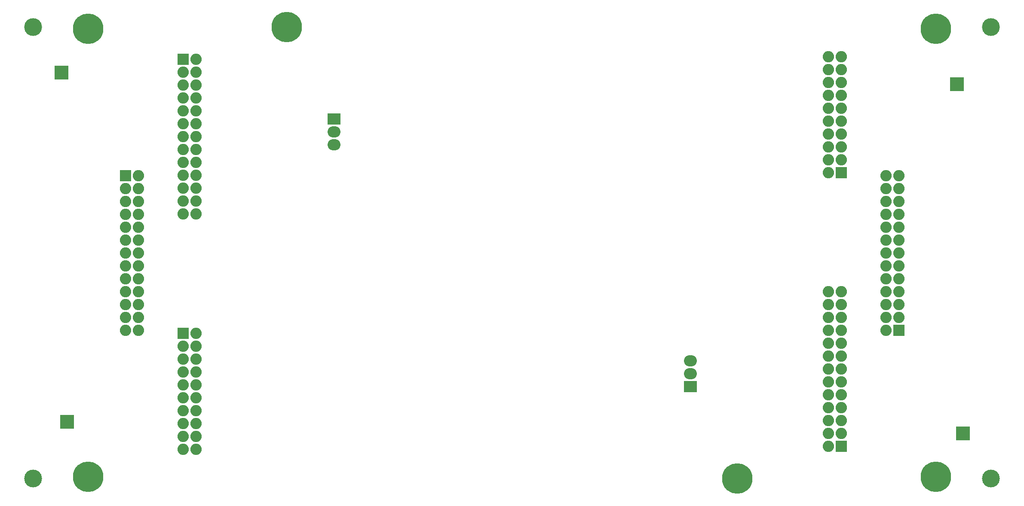
<source format=gbs>
G04 #@! TF.FileFunction,Soldermask,Bot*
%FSLAX46Y46*%
G04 Gerber Fmt 4.6, Leading zero omitted, Abs format (unit mm)*
G04 Created by KiCad (PCBNEW 4.0.5+dfsg1-4) date Tue Feb 27 09:26:50 2018*
%MOMM*%
%LPD*%
G01*
G04 APERTURE LIST*
%ADD10C,0.150000*%
%ADD11R,2.235200X2.235200*%
%ADD12O,2.235200X2.235200*%
%ADD13C,3.508000*%
%ADD14C,6.008000*%
%ADD15R,2.743200X2.743200*%
%ADD16R,2.540000X2.235200*%
%ADD17O,2.540000X2.235200*%
G04 APERTURE END LIST*
D10*
D11*
X18644400Y-38530800D03*
D12*
X21184400Y-38530800D03*
X18644400Y-41070800D03*
X21184400Y-41070800D03*
X18644400Y-43610800D03*
X21184400Y-43610800D03*
X18644400Y-46150800D03*
X21184400Y-46150800D03*
X18644400Y-48690800D03*
X21184400Y-48690800D03*
X18644400Y-51230800D03*
X21184400Y-51230800D03*
X18644400Y-53770800D03*
X21184400Y-53770800D03*
X18644400Y-56310800D03*
X21184400Y-56310800D03*
X18644400Y-58850800D03*
X21184400Y-58850800D03*
X18644400Y-61390800D03*
X21184400Y-61390800D03*
X18644400Y-63930800D03*
X21184400Y-63930800D03*
X18644400Y-66470800D03*
X21184400Y-66470800D03*
X18644400Y-69010800D03*
X21184400Y-69010800D03*
D11*
X7291400Y-61440600D03*
D12*
X9831400Y-61440600D03*
X7291400Y-63980600D03*
X9831400Y-63980600D03*
X7291400Y-66520600D03*
X9831400Y-66520600D03*
X7291400Y-69060600D03*
X9831400Y-69060600D03*
X7291400Y-71600600D03*
X9831400Y-71600600D03*
X7291400Y-74140600D03*
X9831400Y-74140600D03*
X7291400Y-76680600D03*
X9831400Y-76680600D03*
X7291400Y-79220600D03*
X9831400Y-79220600D03*
X7291400Y-81760600D03*
X9831400Y-81760600D03*
X7291400Y-84300600D03*
X9831400Y-84300600D03*
X7291400Y-86840600D03*
X9831400Y-86840600D03*
X7291400Y-89380600D03*
X9831400Y-89380600D03*
X7291400Y-91920600D03*
X9831400Y-91920600D03*
D11*
X18644400Y-92496800D03*
D12*
X21184400Y-92496800D03*
X18644400Y-95036800D03*
X21184400Y-95036800D03*
X18644400Y-97576800D03*
X21184400Y-97576800D03*
X18644400Y-100116800D03*
X21184400Y-100116800D03*
X18644400Y-102656800D03*
X21184400Y-102656800D03*
X18644400Y-105196800D03*
X21184400Y-105196800D03*
X18644400Y-107736800D03*
X21184400Y-107736800D03*
X18644400Y-110276800D03*
X21184400Y-110276800D03*
X18644400Y-112816800D03*
X21184400Y-112816800D03*
X18644400Y-115356800D03*
X21184400Y-115356800D03*
D13*
X-10835600Y-121167800D03*
X-10835600Y-32167800D03*
D14*
X-16500Y-120825800D03*
X127834400Y-121167800D03*
X-16500Y-32509800D03*
D15*
X-5320500Y-41134300D03*
X-4152100Y-109968300D03*
D16*
X118570400Y-103047800D03*
D17*
X118570400Y-100507800D03*
X118570400Y-97967800D03*
D16*
X48360000Y-50290000D03*
D17*
X48360000Y-52830000D03*
X48360000Y-55370000D03*
D15*
X171082500Y-43369500D03*
X172250900Y-112203500D03*
D14*
X166946900Y-120828000D03*
X39096000Y-32170000D03*
X166946900Y-32512000D03*
D13*
X177766000Y-121170000D03*
X177766000Y-32170000D03*
D11*
X148286000Y-60841000D03*
D12*
X145746000Y-60841000D03*
X148286000Y-58301000D03*
X145746000Y-58301000D03*
X148286000Y-55761000D03*
X145746000Y-55761000D03*
X148286000Y-53221000D03*
X145746000Y-53221000D03*
X148286000Y-50681000D03*
X145746000Y-50681000D03*
X148286000Y-48141000D03*
X145746000Y-48141000D03*
X148286000Y-45601000D03*
X145746000Y-45601000D03*
X148286000Y-43061000D03*
X145746000Y-43061000D03*
X148286000Y-40521000D03*
X145746000Y-40521000D03*
X148286000Y-37981000D03*
X145746000Y-37981000D03*
D11*
X159639000Y-91897200D03*
D12*
X157099000Y-91897200D03*
X159639000Y-89357200D03*
X157099000Y-89357200D03*
X159639000Y-86817200D03*
X157099000Y-86817200D03*
X159639000Y-84277200D03*
X157099000Y-84277200D03*
X159639000Y-81737200D03*
X157099000Y-81737200D03*
X159639000Y-79197200D03*
X157099000Y-79197200D03*
X159639000Y-76657200D03*
X157099000Y-76657200D03*
X159639000Y-74117200D03*
X157099000Y-74117200D03*
X159639000Y-71577200D03*
X157099000Y-71577200D03*
X159639000Y-69037200D03*
X157099000Y-69037200D03*
X159639000Y-66497200D03*
X157099000Y-66497200D03*
X159639000Y-63957200D03*
X157099000Y-63957200D03*
X159639000Y-61417200D03*
X157099000Y-61417200D03*
D11*
X148286000Y-114807000D03*
D12*
X145746000Y-114807000D03*
X148286000Y-112267000D03*
X145746000Y-112267000D03*
X148286000Y-109727000D03*
X145746000Y-109727000D03*
X148286000Y-107187000D03*
X145746000Y-107187000D03*
X148286000Y-104647000D03*
X145746000Y-104647000D03*
X148286000Y-102107000D03*
X145746000Y-102107000D03*
X148286000Y-99567000D03*
X145746000Y-99567000D03*
X148286000Y-97027000D03*
X145746000Y-97027000D03*
X148286000Y-94487000D03*
X145746000Y-94487000D03*
X148286000Y-91947000D03*
X145746000Y-91947000D03*
X148286000Y-89407000D03*
X145746000Y-89407000D03*
X148286000Y-86867000D03*
X145746000Y-86867000D03*
X148286000Y-84327000D03*
X145746000Y-84327000D03*
M02*

</source>
